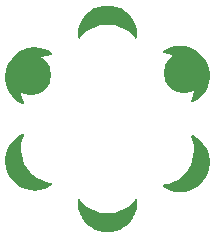
<source format=gbr>
G04 EAGLE Gerber RS-274X export*
G75*
%MOMM*%
%FSLAX34Y34*%
%LPD*%
%INSoldermask Bottom*%
%IPPOS*%
%AMOC8*
5,1,8,0,0,1.08239X$1,22.5*%
G01*
%ADD10C,3.419200*%

G36*
X3682Y-95803D02*
X3682Y-95803D01*
X3772Y-95785D01*
X3836Y-95782D01*
X7385Y-95021D01*
X7471Y-94989D01*
X7534Y-94976D01*
X10925Y-93681D01*
X11005Y-93637D01*
X11066Y-93614D01*
X14218Y-91816D01*
X14232Y-91805D01*
X14247Y-91798D01*
X14296Y-91757D01*
X14347Y-91729D01*
X17188Y-89469D01*
X17250Y-89403D01*
X17302Y-89364D01*
X19763Y-86697D01*
X19815Y-86622D01*
X19860Y-86574D01*
X21885Y-83562D01*
X21925Y-83481D01*
X21962Y-83427D01*
X23503Y-80141D01*
X23529Y-80054D01*
X23558Y-79995D01*
X24578Y-76512D01*
X24591Y-76422D01*
X24610Y-76360D01*
X25086Y-72762D01*
X25085Y-72671D01*
X25095Y-72606D01*
X25015Y-68978D01*
X25006Y-68924D01*
X25007Y-68870D01*
X24983Y-68785D01*
X24969Y-68697D01*
X24946Y-68648D01*
X24932Y-68596D01*
X24885Y-68521D01*
X24847Y-68440D01*
X24811Y-68400D01*
X24783Y-68354D01*
X24717Y-68294D01*
X24659Y-68227D01*
X24613Y-68199D01*
X24573Y-68162D01*
X24494Y-68123D01*
X24419Y-68075D01*
X24367Y-68060D01*
X24318Y-68036D01*
X24231Y-68020D01*
X24146Y-67995D01*
X24092Y-67995D01*
X24039Y-67986D01*
X23950Y-67995D01*
X23862Y-67994D01*
X23810Y-68009D01*
X23756Y-68015D01*
X23674Y-68048D01*
X23588Y-68072D01*
X23542Y-68101D01*
X23492Y-68121D01*
X23437Y-68166D01*
X23347Y-68223D01*
X23284Y-68292D01*
X23233Y-68335D01*
X20478Y-71509D01*
X17354Y-74212D01*
X13877Y-76444D01*
X10119Y-78158D01*
X6155Y-79321D01*
X2066Y-79908D01*
X-2066Y-79908D01*
X-6155Y-79321D01*
X-10119Y-78158D01*
X-13877Y-76444D01*
X-17354Y-74212D01*
X-20478Y-71509D01*
X-23233Y-68335D01*
X-23274Y-68299D01*
X-23308Y-68257D01*
X-23381Y-68206D01*
X-23448Y-68148D01*
X-23497Y-68125D01*
X-23541Y-68094D01*
X-23625Y-68066D01*
X-23706Y-68028D01*
X-23759Y-68020D01*
X-23810Y-68003D01*
X-23899Y-67998D01*
X-23987Y-67985D01*
X-24040Y-67992D01*
X-24094Y-67989D01*
X-24181Y-68010D01*
X-24269Y-68021D01*
X-24318Y-68042D01*
X-24371Y-68055D01*
X-24448Y-68099D01*
X-24530Y-68134D01*
X-24571Y-68168D01*
X-24618Y-68195D01*
X-24680Y-68258D01*
X-24749Y-68315D01*
X-24780Y-68359D01*
X-24817Y-68398D01*
X-24860Y-68476D01*
X-24910Y-68549D01*
X-24927Y-68600D01*
X-24952Y-68648D01*
X-24966Y-68718D01*
X-24999Y-68819D01*
X-25003Y-68913D01*
X-25015Y-68978D01*
X-25095Y-72606D01*
X-25084Y-72697D01*
X-25086Y-72762D01*
X-24610Y-76360D01*
X-24586Y-76448D01*
X-24578Y-76512D01*
X-23558Y-79995D01*
X-23520Y-80078D01*
X-23503Y-80141D01*
X-21962Y-83427D01*
X-21912Y-83503D01*
X-21885Y-83562D01*
X-19860Y-86574D01*
X-19799Y-86642D01*
X-19763Y-86697D01*
X-17302Y-89364D01*
X-17231Y-89421D01*
X-17188Y-89469D01*
X-14347Y-91729D01*
X-14312Y-91749D01*
X-14291Y-91769D01*
X-14249Y-91790D01*
X-14218Y-91816D01*
X-11066Y-93614D01*
X-10981Y-93648D01*
X-10925Y-93681D01*
X-7534Y-94976D01*
X-7446Y-94997D01*
X-7385Y-95021D01*
X-3836Y-95782D01*
X-3746Y-95789D01*
X-3682Y-95803D01*
X-59Y-96014D01*
X8Y-96008D01*
X59Y-96014D01*
X3682Y-95803D01*
G37*
G36*
X24040Y67992D02*
X24040Y67992D01*
X24094Y67989D01*
X24181Y68010D01*
X24269Y68021D01*
X24318Y68042D01*
X24371Y68055D01*
X24448Y68099D01*
X24530Y68134D01*
X24571Y68168D01*
X24618Y68195D01*
X24680Y68258D01*
X24749Y68315D01*
X24780Y68359D01*
X24817Y68398D01*
X24860Y68476D01*
X24910Y68549D01*
X24927Y68600D01*
X24952Y68648D01*
X24966Y68718D01*
X24999Y68819D01*
X25003Y68913D01*
X25015Y68978D01*
X25095Y72606D01*
X25084Y72697D01*
X25086Y72762D01*
X24610Y76360D01*
X24586Y76448D01*
X24578Y76512D01*
X23558Y79995D01*
X23520Y80078D01*
X23503Y80141D01*
X21962Y83427D01*
X21912Y83503D01*
X21885Y83562D01*
X19860Y86574D01*
X19799Y86642D01*
X19763Y86697D01*
X17302Y89364D01*
X17231Y89421D01*
X17188Y89469D01*
X14347Y91729D01*
X14268Y91775D01*
X14218Y91816D01*
X11066Y93614D01*
X10981Y93648D01*
X10925Y93681D01*
X7534Y94976D01*
X7446Y94997D01*
X7385Y95021D01*
X3836Y95782D01*
X3746Y95789D01*
X3682Y95803D01*
X59Y96014D01*
X-8Y96008D01*
X-59Y96014D01*
X-3682Y95803D01*
X-3772Y95785D01*
X-3836Y95782D01*
X-7385Y95021D01*
X-7471Y94989D01*
X-7534Y94976D01*
X-10925Y93681D01*
X-11005Y93637D01*
X-11066Y93614D01*
X-14218Y91816D01*
X-14290Y91760D01*
X-14347Y91729D01*
X-17188Y89469D01*
X-17250Y89403D01*
X-17302Y89364D01*
X-19763Y86697D01*
X-19815Y86622D01*
X-19860Y86574D01*
X-21885Y83562D01*
X-21925Y83481D01*
X-21962Y83427D01*
X-23503Y80141D01*
X-23529Y80054D01*
X-23558Y79995D01*
X-24578Y76512D01*
X-24591Y76422D01*
X-24610Y76360D01*
X-25086Y72762D01*
X-25085Y72671D01*
X-25095Y72606D01*
X-25015Y68978D01*
X-25006Y68924D01*
X-25007Y68870D01*
X-24983Y68785D01*
X-24969Y68697D01*
X-24946Y68648D01*
X-24932Y68596D01*
X-24885Y68521D01*
X-24847Y68440D01*
X-24811Y68400D01*
X-24783Y68354D01*
X-24717Y68294D01*
X-24659Y68227D01*
X-24613Y68199D01*
X-24573Y68162D01*
X-24494Y68123D01*
X-24419Y68075D01*
X-24367Y68060D01*
X-24318Y68036D01*
X-24231Y68020D01*
X-24146Y67995D01*
X-24092Y67995D01*
X-24039Y67986D01*
X-23950Y67995D01*
X-23862Y67994D01*
X-23810Y68009D01*
X-23756Y68015D01*
X-23674Y68048D01*
X-23588Y68072D01*
X-23542Y68101D01*
X-23492Y68121D01*
X-23437Y68166D01*
X-23347Y68223D01*
X-23284Y68292D01*
X-23233Y68335D01*
X-20478Y71509D01*
X-17354Y74212D01*
X-13877Y76444D01*
X-10119Y78158D01*
X-6155Y79321D01*
X-2066Y79908D01*
X2066Y79908D01*
X6155Y79321D01*
X10119Y78158D01*
X13877Y76444D01*
X17354Y74212D01*
X20478Y71509D01*
X23233Y68335D01*
X23274Y68299D01*
X23308Y68257D01*
X23381Y68206D01*
X23448Y68148D01*
X23497Y68125D01*
X23541Y68094D01*
X23625Y68066D01*
X23706Y68028D01*
X23759Y68020D01*
X23810Y68003D01*
X23899Y67998D01*
X23987Y67985D01*
X24040Y67992D01*
G37*
G36*
X71921Y13913D02*
X71921Y13913D01*
X71975Y13915D01*
X72043Y13938D01*
X72147Y13960D01*
X72229Y14003D01*
X72292Y14025D01*
X75474Y15770D01*
X75547Y15825D01*
X75605Y15856D01*
X78483Y18067D01*
X78547Y18132D01*
X78599Y18171D01*
X81105Y20796D01*
X81158Y20870D01*
X81203Y20917D01*
X83279Y23894D01*
X83320Y23975D01*
X83358Y24028D01*
X84954Y27288D01*
X84982Y27375D01*
X85011Y27433D01*
X86090Y30898D01*
X86101Y30965D01*
X86109Y30992D01*
X86110Y31003D01*
X86125Y31050D01*
X86661Y34639D01*
X86662Y34730D01*
X86672Y34795D01*
X86653Y38424D01*
X86640Y38514D01*
X86641Y38579D01*
X86067Y42163D01*
X86040Y42250D01*
X86031Y42315D01*
X84916Y45769D01*
X84876Y45851D01*
X84857Y45913D01*
X83228Y49156D01*
X83190Y49211D01*
X83169Y49258D01*
X81175Y52290D01*
X81115Y52359D01*
X81080Y52414D01*
X78646Y55106D01*
X78576Y55164D01*
X78533Y55213D01*
X75716Y57502D01*
X75638Y57549D01*
X75588Y57590D01*
X72454Y59421D01*
X72370Y59456D01*
X72314Y59489D01*
X68937Y60820D01*
X68849Y60841D01*
X68788Y60865D01*
X65248Y61664D01*
X65157Y61671D01*
X65094Y61686D01*
X61473Y61934D01*
X61382Y61928D01*
X61317Y61933D01*
X57701Y61624D01*
X57612Y61604D01*
X57547Y61599D01*
X54021Y60741D01*
X53936Y60708D01*
X53873Y60693D01*
X50518Y59306D01*
X50440Y59260D01*
X50380Y59236D01*
X47277Y57352D01*
X47235Y57318D01*
X47188Y57292D01*
X47126Y57229D01*
X47057Y57172D01*
X47026Y57128D01*
X46988Y57089D01*
X46946Y57012D01*
X46896Y56938D01*
X46878Y56887D01*
X46853Y56840D01*
X46834Y56753D01*
X46805Y56669D01*
X46803Y56615D01*
X46792Y56562D01*
X46797Y56473D01*
X46794Y56385D01*
X46806Y56332D01*
X46810Y56278D01*
X46840Y56195D01*
X46861Y56109D01*
X46888Y56062D01*
X46906Y56011D01*
X46958Y55939D01*
X47002Y55862D01*
X47041Y55824D01*
X47072Y55780D01*
X47142Y55726D01*
X47206Y55664D01*
X47254Y55639D01*
X47296Y55605D01*
X47363Y55580D01*
X47457Y55530D01*
X47549Y55511D01*
X47611Y55488D01*
X51738Y54689D01*
X55641Y53335D01*
X59312Y51440D01*
X62676Y49042D01*
X65665Y46191D01*
X68218Y42943D01*
X70284Y39365D01*
X71820Y35530D01*
X72795Y31516D01*
X73189Y27404D01*
X72995Y23277D01*
X72216Y19220D01*
X70844Y15247D01*
X70834Y15194D01*
X70815Y15143D01*
X70807Y15055D01*
X70790Y14968D01*
X70795Y14914D01*
X70790Y14860D01*
X70807Y14773D01*
X70815Y14684D01*
X70835Y14634D01*
X70845Y14581D01*
X70886Y14502D01*
X70918Y14419D01*
X70951Y14376D01*
X70975Y14328D01*
X71037Y14264D01*
X71090Y14193D01*
X71134Y14161D01*
X71171Y14122D01*
X71247Y14077D01*
X71318Y14024D01*
X71369Y14005D01*
X71416Y13977D01*
X71502Y13955D01*
X71585Y13924D01*
X71639Y13920D01*
X71691Y13906D01*
X71780Y13909D01*
X71868Y13902D01*
X71921Y13913D01*
G37*
G36*
X-61382Y-60728D02*
X-61382Y-60728D01*
X-61317Y-60733D01*
X-57701Y-60424D01*
X-57612Y-60404D01*
X-57547Y-60399D01*
X-54021Y-59541D01*
X-53936Y-59508D01*
X-53873Y-59493D01*
X-50518Y-58106D01*
X-50440Y-58060D01*
X-50380Y-58036D01*
X-47277Y-56152D01*
X-47235Y-56118D01*
X-47188Y-56092D01*
X-47126Y-56029D01*
X-47057Y-55972D01*
X-47026Y-55928D01*
X-46988Y-55889D01*
X-46946Y-55812D01*
X-46896Y-55738D01*
X-46878Y-55687D01*
X-46853Y-55640D01*
X-46834Y-55553D01*
X-46805Y-55469D01*
X-46803Y-55415D01*
X-46792Y-55362D01*
X-46797Y-55273D01*
X-46794Y-55185D01*
X-46806Y-55132D01*
X-46810Y-55078D01*
X-46840Y-54995D01*
X-46861Y-54909D01*
X-46888Y-54862D01*
X-46906Y-54811D01*
X-46958Y-54739D01*
X-47002Y-54662D01*
X-47041Y-54624D01*
X-47072Y-54580D01*
X-47142Y-54526D01*
X-47206Y-54464D01*
X-47254Y-54439D01*
X-47296Y-54405D01*
X-47363Y-54380D01*
X-47457Y-54330D01*
X-47549Y-54311D01*
X-47611Y-54288D01*
X-51738Y-53489D01*
X-55641Y-52135D01*
X-59312Y-50240D01*
X-62676Y-47842D01*
X-65665Y-44991D01*
X-68218Y-41743D01*
X-70284Y-38165D01*
X-71820Y-34330D01*
X-72795Y-30316D01*
X-73189Y-26204D01*
X-72995Y-22077D01*
X-72216Y-18020D01*
X-70844Y-14047D01*
X-70834Y-13994D01*
X-70815Y-13943D01*
X-70807Y-13855D01*
X-70790Y-13768D01*
X-70795Y-13714D01*
X-70790Y-13660D01*
X-70807Y-13573D01*
X-70815Y-13484D01*
X-70835Y-13434D01*
X-70845Y-13381D01*
X-70886Y-13302D01*
X-70918Y-13219D01*
X-70951Y-13176D01*
X-70975Y-13128D01*
X-71037Y-13064D01*
X-71090Y-12993D01*
X-71134Y-12961D01*
X-71171Y-12922D01*
X-71247Y-12877D01*
X-71318Y-12824D01*
X-71369Y-12805D01*
X-71416Y-12777D01*
X-71502Y-12755D01*
X-71585Y-12724D01*
X-71639Y-12720D01*
X-71691Y-12706D01*
X-71780Y-12709D01*
X-71868Y-12702D01*
X-71921Y-12713D01*
X-71975Y-12715D01*
X-72043Y-12738D01*
X-72147Y-12760D01*
X-72229Y-12803D01*
X-72292Y-12825D01*
X-75474Y-14570D01*
X-75547Y-14625D01*
X-75605Y-14656D01*
X-78483Y-16867D01*
X-78547Y-16932D01*
X-78599Y-16971D01*
X-81105Y-19596D01*
X-81158Y-19670D01*
X-81203Y-19717D01*
X-83279Y-22694D01*
X-83320Y-22775D01*
X-83358Y-22828D01*
X-84954Y-26088D01*
X-84982Y-26175D01*
X-85011Y-26233D01*
X-86090Y-29698D01*
X-86105Y-29788D01*
X-86125Y-29850D01*
X-86661Y-33439D01*
X-86662Y-33530D01*
X-86672Y-33595D01*
X-86653Y-37224D01*
X-86640Y-37314D01*
X-86641Y-37379D01*
X-86067Y-40963D01*
X-86040Y-41050D01*
X-86031Y-41115D01*
X-84916Y-44569D01*
X-84876Y-44651D01*
X-84857Y-44713D01*
X-83228Y-47956D01*
X-83190Y-48011D01*
X-83169Y-48058D01*
X-81175Y-51090D01*
X-81115Y-51159D01*
X-81080Y-51214D01*
X-78646Y-53906D01*
X-78576Y-53964D01*
X-78533Y-54013D01*
X-75716Y-56302D01*
X-75638Y-56349D01*
X-75588Y-56390D01*
X-72454Y-58221D01*
X-72370Y-58256D01*
X-72314Y-58289D01*
X-68937Y-59620D01*
X-68849Y-59641D01*
X-68788Y-59665D01*
X-65248Y-60464D01*
X-65157Y-60471D01*
X-65094Y-60486D01*
X-61473Y-60734D01*
X-61382Y-60728D01*
G37*
G36*
X65094Y-61686D02*
X65094Y-61686D01*
X65183Y-61668D01*
X65248Y-61664D01*
X68788Y-60865D01*
X68874Y-60833D01*
X68937Y-60820D01*
X72314Y-59489D01*
X72393Y-59444D01*
X72454Y-59421D01*
X75588Y-57590D01*
X75659Y-57534D01*
X75716Y-57502D01*
X78533Y-55213D01*
X78595Y-55146D01*
X78646Y-55106D01*
X81080Y-52414D01*
X81131Y-52338D01*
X81175Y-52290D01*
X83169Y-49258D01*
X83197Y-49198D01*
X83198Y-49196D01*
X83228Y-49156D01*
X84857Y-45913D01*
X84886Y-45826D01*
X84916Y-45769D01*
X86031Y-42315D01*
X86046Y-42225D01*
X86067Y-42163D01*
X86641Y-38579D01*
X86642Y-38488D01*
X86653Y-38424D01*
X86672Y-34795D01*
X86660Y-34704D01*
X86661Y-34639D01*
X86125Y-31050D01*
X86099Y-30963D01*
X86090Y-30898D01*
X85011Y-27433D01*
X84972Y-27350D01*
X84954Y-27288D01*
X83358Y-24028D01*
X83307Y-23953D01*
X83279Y-23894D01*
X81203Y-20917D01*
X81141Y-20850D01*
X81105Y-20796D01*
X78599Y-18171D01*
X78527Y-18114D01*
X78483Y-18067D01*
X75605Y-15856D01*
X75525Y-15811D01*
X75474Y-15770D01*
X72292Y-14025D01*
X72242Y-14006D01*
X72195Y-13979D01*
X72109Y-13956D01*
X72026Y-13925D01*
X71972Y-13920D01*
X71920Y-13907D01*
X71831Y-13909D01*
X71743Y-13902D01*
X71690Y-13913D01*
X71636Y-13914D01*
X71551Y-13941D01*
X71464Y-13959D01*
X71416Y-13984D01*
X71365Y-14000D01*
X71291Y-14049D01*
X71212Y-14090D01*
X71173Y-14128D01*
X71128Y-14158D01*
X71071Y-14225D01*
X71007Y-14287D01*
X70979Y-14333D01*
X70945Y-14375D01*
X70908Y-14456D01*
X70864Y-14532D01*
X70850Y-14585D01*
X70828Y-14634D01*
X70816Y-14722D01*
X70794Y-14808D01*
X70796Y-14862D01*
X70789Y-14916D01*
X70800Y-14986D01*
X70804Y-15092D01*
X70833Y-15181D01*
X70844Y-15247D01*
X72216Y-19220D01*
X72995Y-23277D01*
X73189Y-27404D01*
X72795Y-31516D01*
X71820Y-35530D01*
X70284Y-39365D01*
X68218Y-42943D01*
X65665Y-46191D01*
X62676Y-49042D01*
X59312Y-51440D01*
X55641Y-53335D01*
X51738Y-54689D01*
X47611Y-55488D01*
X47560Y-55505D01*
X47507Y-55514D01*
X47426Y-55552D01*
X47342Y-55580D01*
X47298Y-55611D01*
X47249Y-55634D01*
X47182Y-55693D01*
X47110Y-55744D01*
X47076Y-55786D01*
X47035Y-55822D01*
X46987Y-55896D01*
X46931Y-55965D01*
X46911Y-56015D01*
X46881Y-56061D01*
X46856Y-56146D01*
X46822Y-56228D01*
X46815Y-56281D01*
X46800Y-56333D01*
X46799Y-56422D01*
X46789Y-56510D01*
X46798Y-56563D01*
X46797Y-56617D01*
X46821Y-56703D01*
X46836Y-56791D01*
X46859Y-56839D01*
X46874Y-56891D01*
X46920Y-56967D01*
X46959Y-57047D01*
X46995Y-57087D01*
X47023Y-57133D01*
X47077Y-57180D01*
X47148Y-57259D01*
X47227Y-57309D01*
X47277Y-57352D01*
X50380Y-59236D01*
X50463Y-59272D01*
X50518Y-59306D01*
X53873Y-60693D01*
X53961Y-60716D01*
X54021Y-60741D01*
X57547Y-61599D01*
X57638Y-61608D01*
X57701Y-61624D01*
X61317Y-61933D01*
X61408Y-61928D01*
X61473Y-61934D01*
X65094Y-61686D01*
G37*
G36*
X-71690Y12713D02*
X-71690Y12713D01*
X-71636Y12714D01*
X-71551Y12741D01*
X-71464Y12759D01*
X-71416Y12784D01*
X-71365Y12800D01*
X-71291Y12849D01*
X-71212Y12890D01*
X-71173Y12928D01*
X-71128Y12958D01*
X-71071Y13025D01*
X-71007Y13087D01*
X-70979Y13133D01*
X-70945Y13175D01*
X-70908Y13256D01*
X-70864Y13332D01*
X-70850Y13385D01*
X-70828Y13434D01*
X-70816Y13522D01*
X-70794Y13608D01*
X-70796Y13662D01*
X-70789Y13716D01*
X-70800Y13786D01*
X-70804Y13892D01*
X-70833Y13981D01*
X-70844Y14047D01*
X-72216Y18020D01*
X-72995Y22077D01*
X-73189Y26204D01*
X-72795Y30316D01*
X-71820Y34330D01*
X-70284Y38165D01*
X-68218Y41743D01*
X-65665Y44991D01*
X-62676Y47842D01*
X-59312Y50240D01*
X-55641Y52135D01*
X-51738Y53489D01*
X-47611Y54288D01*
X-47560Y54305D01*
X-47507Y54314D01*
X-47426Y54352D01*
X-47342Y54380D01*
X-47298Y54411D01*
X-47249Y54434D01*
X-47182Y54493D01*
X-47110Y54544D01*
X-47076Y54586D01*
X-47035Y54622D01*
X-46987Y54696D01*
X-46931Y54765D01*
X-46911Y54815D01*
X-46881Y54861D01*
X-46856Y54946D01*
X-46822Y55028D01*
X-46815Y55081D01*
X-46800Y55133D01*
X-46799Y55222D01*
X-46789Y55310D01*
X-46798Y55363D01*
X-46797Y55417D01*
X-46821Y55503D01*
X-46836Y55591D01*
X-46859Y55639D01*
X-46874Y55691D01*
X-46920Y55767D01*
X-46959Y55847D01*
X-46995Y55887D01*
X-47023Y55933D01*
X-47077Y55980D01*
X-47148Y56059D01*
X-47227Y56109D01*
X-47277Y56152D01*
X-50380Y58036D01*
X-50463Y58072D01*
X-50518Y58106D01*
X-53873Y59493D01*
X-53961Y59516D01*
X-54021Y59541D01*
X-57547Y60399D01*
X-57638Y60408D01*
X-57701Y60424D01*
X-61317Y60733D01*
X-61408Y60728D01*
X-61473Y60734D01*
X-65094Y60486D01*
X-65183Y60468D01*
X-65248Y60464D01*
X-68788Y59665D01*
X-68874Y59633D01*
X-68937Y59620D01*
X-72314Y58289D01*
X-72393Y58244D01*
X-72454Y58221D01*
X-75588Y56390D01*
X-75659Y56334D01*
X-75716Y56302D01*
X-78533Y54013D01*
X-78595Y53946D01*
X-78646Y53906D01*
X-81080Y51214D01*
X-81131Y51138D01*
X-81175Y51090D01*
X-83169Y48058D01*
X-83197Y47997D01*
X-83228Y47956D01*
X-84857Y44713D01*
X-84886Y44626D01*
X-84916Y44569D01*
X-86031Y41115D01*
X-86046Y41025D01*
X-86067Y40963D01*
X-86641Y37379D01*
X-86642Y37288D01*
X-86653Y37224D01*
X-86672Y33595D01*
X-86660Y33504D01*
X-86661Y33439D01*
X-86125Y29850D01*
X-86099Y29763D01*
X-86090Y29698D01*
X-85011Y26233D01*
X-84972Y26150D01*
X-84954Y26088D01*
X-83358Y22828D01*
X-83307Y22753D01*
X-83279Y22694D01*
X-81203Y19717D01*
X-81141Y19650D01*
X-81105Y19596D01*
X-78599Y16971D01*
X-78527Y16914D01*
X-78483Y16867D01*
X-75605Y14656D01*
X-75525Y14611D01*
X-75474Y14570D01*
X-72292Y12825D01*
X-72242Y12806D01*
X-72195Y12779D01*
X-72109Y12756D01*
X-72026Y12725D01*
X-71972Y12720D01*
X-71920Y12707D01*
X-71831Y12709D01*
X-71743Y12702D01*
X-71690Y12713D01*
G37*
D10*
X-65000Y37500D03*
X65000Y38700D03*
M02*

</source>
